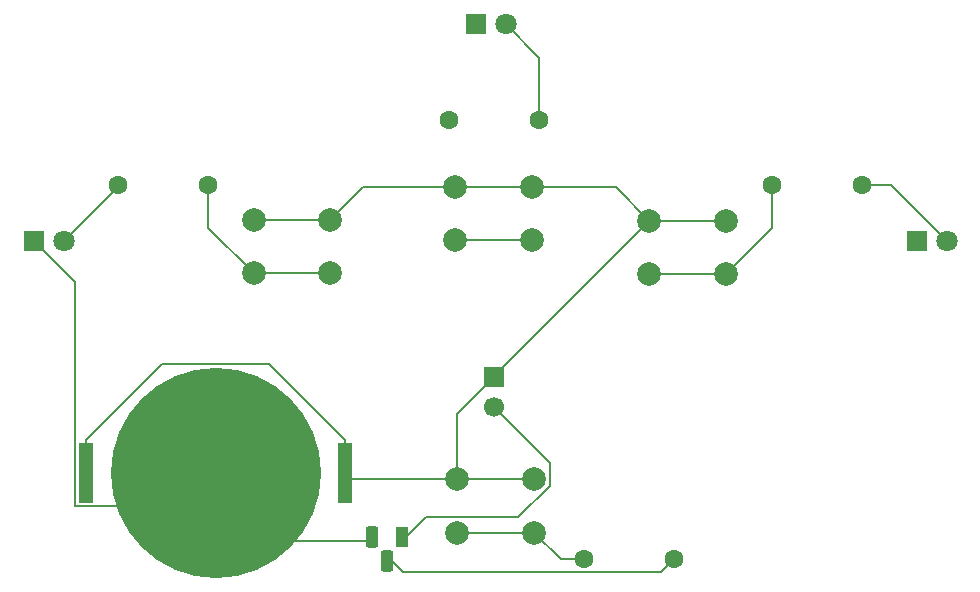
<source format=gtl>
G04 #@! TF.GenerationSoftware,KiCad,Pcbnew,9.0.2*
G04 #@! TF.CreationDate,2025-07-01T12:20:16+05:30*
G04 #@! TF.ProjectId,solder,736f6c64-6572-42e6-9b69-6361645f7063,rev?*
G04 #@! TF.SameCoordinates,Original*
G04 #@! TF.FileFunction,Copper,L1,Top*
G04 #@! TF.FilePolarity,Positive*
%FSLAX46Y46*%
G04 Gerber Fmt 4.6, Leading zero omitted, Abs format (unit mm)*
G04 Created by KiCad (PCBNEW 9.0.2) date 2025-07-01 12:20:16*
%MOMM*%
%LPD*%
G01*
G04 APERTURE LIST*
G04 Aperture macros list*
%AMRoundRect*
0 Rectangle with rounded corners*
0 $1 Rounding radius*
0 $2 $3 $4 $5 $6 $7 $8 $9 X,Y pos of 4 corners*
0 Add a 4 corners polygon primitive as box body*
4,1,4,$2,$3,$4,$5,$6,$7,$8,$9,$2,$3,0*
0 Add four circle primitives for the rounded corners*
1,1,$1+$1,$2,$3*
1,1,$1+$1,$4,$5*
1,1,$1+$1,$6,$7*
1,1,$1+$1,$8,$9*
0 Add four rect primitives between the rounded corners*
20,1,$1+$1,$2,$3,$4,$5,0*
20,1,$1+$1,$4,$5,$6,$7,0*
20,1,$1+$1,$6,$7,$8,$9,0*
20,1,$1+$1,$8,$9,$2,$3,0*%
G04 Aperture macros list end*
G04 #@! TA.AperFunction,ComponentPad*
%ADD10R,1.700000X1.700000*%
G04 #@! TD*
G04 #@! TA.AperFunction,ComponentPad*
%ADD11C,1.700000*%
G04 #@! TD*
G04 #@! TA.AperFunction,ComponentPad*
%ADD12C,2.000000*%
G04 #@! TD*
G04 #@! TA.AperFunction,ComponentPad*
%ADD13C,1.600000*%
G04 #@! TD*
G04 #@! TA.AperFunction,SMDPad,CuDef*
%ADD14C,17.800000*%
G04 #@! TD*
G04 #@! TA.AperFunction,SMDPad,CuDef*
%ADD15R,1.270000X5.080000*%
G04 #@! TD*
G04 #@! TA.AperFunction,ComponentPad*
%ADD16C,1.800000*%
G04 #@! TD*
G04 #@! TA.AperFunction,ComponentPad*
%ADD17R,1.800000X1.800000*%
G04 #@! TD*
G04 #@! TA.AperFunction,ComponentPad*
%ADD18RoundRect,0.275000X0.275000X0.625000X-0.275000X0.625000X-0.275000X-0.625000X0.275000X-0.625000X0*%
G04 #@! TD*
G04 #@! TA.AperFunction,ComponentPad*
%ADD19R,1.100000X1.800000*%
G04 #@! TD*
G04 #@! TA.AperFunction,Conductor*
%ADD20C,0.200000*%
G04 #@! TD*
G04 APERTURE END LIST*
D10*
G04 #@! TO.P,M1,1,+*
G04 #@! TO.N,Net-(BT1-+)*
X90890000Y-103090000D03*
D11*
G04 #@! TO.P,M1,2,-*
G04 #@! TO.N,Net-(M1--)*
X90890000Y-105630000D03*
G04 #@! TD*
D12*
G04 #@! TO.P,SW2,1,1*
G04 #@! TO.N,Net-(BT1-+)*
X87600000Y-87000000D03*
X94100000Y-87000000D03*
G04 #@! TO.P,SW2,2,2*
G04 #@! TO.N,Net-(R2-Pad1)*
X87600000Y-91500000D03*
X94100000Y-91500000D03*
G04 #@! TD*
D13*
G04 #@! TO.P,R2,1*
G04 #@! TO.N,Net-(R2-Pad1)*
X87090000Y-81300000D03*
G04 #@! TO.P,R2,2*
G04 #@! TO.N,Net-(D2-A)*
X94710000Y-81300000D03*
G04 #@! TD*
D14*
G04 #@! TO.P,BT1,2,-*
G04 #@! TO.N,Net-(BT1--)*
X67310000Y-111180000D03*
D15*
G04 #@! TO.P,BT1,1,+*
G04 #@! TO.N,Net-(BT1-+)*
X78295000Y-111180000D03*
X56325000Y-111180000D03*
G04 #@! TD*
D16*
G04 #@! TO.P,D1,2,A*
G04 #@! TO.N,Net-(D1-A)*
X54470000Y-91550000D03*
D17*
G04 #@! TO.P,D1,1,K*
G04 #@! TO.N,Net-(BT1--)*
X51930000Y-91550000D03*
G04 #@! TD*
D12*
G04 #@! TO.P,SW1,2,2*
G04 #@! TO.N,Net-(R1-Pad1)*
X77020000Y-94300000D03*
X70520000Y-94300000D03*
G04 #@! TO.P,SW1,1,1*
G04 #@! TO.N,Net-(BT1-+)*
X77020000Y-89800000D03*
X70520000Y-89800000D03*
G04 #@! TD*
D13*
G04 #@! TO.P,R4,2*
G04 #@! TO.N,Net-(R4-Pad2)*
X98530000Y-118500000D03*
G04 #@! TO.P,R4,1*
G04 #@! TO.N,Net-(Q1-B)*
X106150000Y-118500000D03*
G04 #@! TD*
G04 #@! TO.P,R3,1*
G04 #@! TO.N,Net-(R3-Pad1)*
X114420000Y-86840000D03*
G04 #@! TO.P,R3,2*
G04 #@! TO.N,Net-(D3-A)*
X122040000Y-86840000D03*
G04 #@! TD*
G04 #@! TO.P,R1,2*
G04 #@! TO.N,Net-(D1-A)*
X59060000Y-86850000D03*
G04 #@! TO.P,R1,1*
G04 #@! TO.N,Net-(R1-Pad1)*
X66680000Y-86850000D03*
G04 #@! TD*
D16*
G04 #@! TO.P,D3,2,A*
G04 #@! TO.N,Net-(D3-A)*
X129205000Y-91540000D03*
D17*
G04 #@! TO.P,D3,1,K*
G04 #@! TO.N,Net-(BT1--)*
X126665000Y-91540000D03*
G04 #@! TD*
D16*
G04 #@! TO.P,D2,2,A*
G04 #@! TO.N,Net-(D2-A)*
X91865000Y-73200000D03*
D17*
G04 #@! TO.P,D2,1,K*
G04 #@! TO.N,Net-(BT1--)*
X89325000Y-73200000D03*
G04 #@! TD*
D12*
G04 #@! TO.P,SW4,2,2*
G04 #@! TO.N,Net-(R4-Pad2)*
X94280000Y-116250000D03*
X87780000Y-116250000D03*
G04 #@! TO.P,SW4,1,1*
G04 #@! TO.N,Net-(BT1-+)*
X94280000Y-111750000D03*
X87780000Y-111750000D03*
G04 #@! TD*
G04 #@! TO.P,SW3,2,2*
G04 #@! TO.N,Net-(R3-Pad1)*
X110540000Y-94340000D03*
X104040000Y-94340000D03*
G04 #@! TO.P,SW3,1,1*
G04 #@! TO.N,Net-(BT1-+)*
X110540000Y-89840000D03*
X104040000Y-89840000D03*
G04 #@! TD*
D18*
G04 #@! TO.P,Q1,3,E*
G04 #@! TO.N,Net-(BT1--)*
X80510000Y-116580000D03*
G04 #@! TO.P,Q1,2,B*
G04 #@! TO.N,Net-(Q1-B)*
X81780000Y-118650000D03*
D19*
G04 #@! TO.P,Q1,1,C*
G04 #@! TO.N,Net-(M1--)*
X83050000Y-116580000D03*
G04 #@! TD*
D20*
G04 #@! TO.N,Net-(BT1--)*
X51930000Y-91550000D02*
X55389000Y-95009000D01*
X55389000Y-95009000D02*
X55389000Y-114021000D01*
X55389000Y-114021000D02*
X64469000Y-114021000D01*
X64469000Y-114021000D02*
X67310000Y-111180000D01*
G04 #@! TO.N,Net-(BT1-+)*
X56325000Y-111180000D02*
X56325000Y-108440000D01*
X56325000Y-108440000D02*
X62786000Y-101979000D01*
X78295000Y-108440000D02*
X78295000Y-111180000D01*
X62786000Y-101979000D02*
X71834000Y-101979000D01*
X71834000Y-101979000D02*
X78295000Y-108440000D01*
G04 #@! TO.N,Net-(BT1--)*
X80510000Y-116980000D02*
X73110000Y-116980000D01*
X73110000Y-116980000D02*
X67310000Y-111180000D01*
G04 #@! TO.N,Net-(BT1-+)*
X87780000Y-111750000D02*
X78865000Y-111750000D01*
X78865000Y-111750000D02*
X78295000Y-111180000D01*
X90890000Y-103090000D02*
X87780000Y-106200000D01*
X87780000Y-106200000D02*
X87780000Y-111750000D01*
G04 #@! TO.N,Net-(M1--)*
X90890000Y-105630000D02*
X95581000Y-110321000D01*
X95581000Y-110321000D02*
X95581000Y-112288892D01*
X95581000Y-112288892D02*
X92920892Y-114949000D01*
X92920892Y-114949000D02*
X85081000Y-114949000D01*
X85081000Y-114949000D02*
X83050000Y-116980000D01*
G04 #@! TO.N,Net-(D2-A)*
X91865000Y-73200000D02*
X94710000Y-76045000D01*
X94710000Y-76045000D02*
X94710000Y-81300000D01*
G04 #@! TO.N,Net-(BT1-+)*
X90890000Y-103090000D02*
X90890000Y-102990000D01*
X90890000Y-102990000D02*
X104040000Y-89840000D01*
X104040000Y-89840000D02*
X101200000Y-87000000D01*
X101200000Y-87000000D02*
X94100000Y-87000000D01*
X77020000Y-89800000D02*
X79820000Y-87000000D01*
X79820000Y-87000000D02*
X87600000Y-87000000D01*
G04 #@! TO.N,Net-(D3-A)*
X122040000Y-86840000D02*
X124505000Y-86840000D01*
X124505000Y-86840000D02*
X129205000Y-91540000D01*
G04 #@! TO.N,Net-(R3-Pad1)*
X114420000Y-86840000D02*
X114420000Y-90460000D01*
X114420000Y-90460000D02*
X110540000Y-94340000D01*
G04 #@! TO.N,Net-(R1-Pad1)*
X66680000Y-86850000D02*
X66680000Y-90460000D01*
X66680000Y-90460000D02*
X70520000Y-94300000D01*
G04 #@! TO.N,Net-(D1-A)*
X54470000Y-91550000D02*
X59060000Y-86960000D01*
X59060000Y-86960000D02*
X59060000Y-86850000D01*
G04 #@! TO.N,Net-(Q1-B)*
X81780000Y-118250000D02*
X83131000Y-119601000D01*
X83131000Y-119601000D02*
X105049000Y-119601000D01*
X105049000Y-119601000D02*
X106150000Y-118500000D01*
G04 #@! TO.N,Net-(R4-Pad2)*
X94280000Y-116250000D02*
X96530000Y-118500000D01*
X96530000Y-118500000D02*
X98530000Y-118500000D01*
X87780000Y-116250000D02*
X94280000Y-116250000D01*
G04 #@! TO.N,Net-(BT1-+)*
X87780000Y-111750000D02*
X94280000Y-111750000D01*
G04 #@! TO.N,Net-(R3-Pad1)*
X104040000Y-94340000D02*
X110540000Y-94340000D01*
G04 #@! TO.N,Net-(BT1-+)*
X104040000Y-89840000D02*
X110540000Y-89840000D01*
G04 #@! TO.N,Net-(R2-Pad1)*
X87600000Y-91500000D02*
X94100000Y-91500000D01*
G04 #@! TO.N,Net-(BT1-+)*
X87600000Y-87000000D02*
X94100000Y-87000000D01*
G04 #@! TO.N,Net-(R1-Pad1)*
X70520000Y-94300000D02*
X77020000Y-94300000D01*
G04 #@! TO.N,Net-(BT1-+)*
X70520000Y-89800000D02*
X77020000Y-89800000D01*
G04 #@! TO.N,Net-(R4-Pad2)*
X94390000Y-116250000D02*
X94730000Y-116590000D01*
X94280000Y-116250000D02*
X94390000Y-116250000D01*
G04 #@! TD*
M02*

</source>
